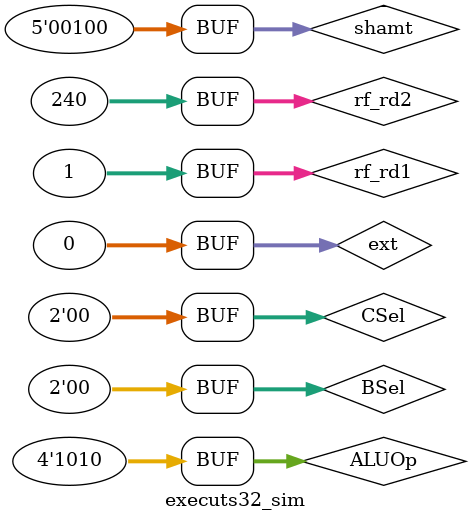
<source format=v>
`timescale 1ns / 1ps

module executs32_sim();
    /*
    reg clock = 1'b0;
    always #50 clock =~ clock;
    */
    
    reg [31:0] rf_rd1 = 32'd0;
    reg [31:0] rf_rd2 = 32'd0;
    reg [31:0] ext = 32'd0;
    reg [4:0] shamt = 5'd0;
    reg [3:0] ALUOp = 4'd0;
    reg [1:0] BSel = 2'd0;
    reg [1:0] CSel = 2'd0;
    wire [31:0] ALU_out;
    wire less,equal,more;
    executs32 u_executs32(.rf_rd1(rf_rd1),.rf_rd2(rf_rd2),.ext(ext),.shamt(shamt),.ALUOp(ALUOp),.BSel(BSel),.CSel(CSel),.ALU_out(ALU_out),.less(less),.equal(equal),.more(more));
    
    initial begin
        #10 begin BSel = 2'b00; CSel = 2'b00;end    //ÏÈ³õÊ¼»¯£¬ÈÃALUµÄAÊÇRD1, BÊÇRD2, CÊÇshamt, ºóÐøÖ»ÐèÒª²Ù¿ØÕâÈý¸ö¼Ä´æÆ÷¼´¿É, ²»ÓÃÈ¥¹Üext
        #90 begin   //ÏÈ½øÐÐ¼Ó
                rf_rd1 = 32'h10;
                rf_rd2 = 32'h20;
                ALUOp = 4'b0000; 
            end
        #100 begin  //ÔÙ½øÐÐ»òÔËËã
                rf_rd1 = 32'h10;
                rf_rd2 = 32'h23;
                ALUOp = 4'b0011; 
            end
        #100 begin  //ÔÙ½øÐÐÒì»òÔËËã
                rf_rd1 = 32'hf0;
                rf_rd2 = 32'h0f;
                ALUOp = 4'b0100; 
            end
        #100 begin  //ÔÙ½øÐÐSLTÔËËã
                rf_rd1 = 32'h1;
                rf_rd2 = 32'h2;
                ALUOp = 4'b0110; 
            end
        #100 begin  //ÔÙ½øÐÐËãÊõÓÒÒÆÔËËã
                rf_rd2 = 32'hf0;
                shamt = 5'h4;
                ALUOp = 4'b1010; 
            end
    end

endmodule
</source>
